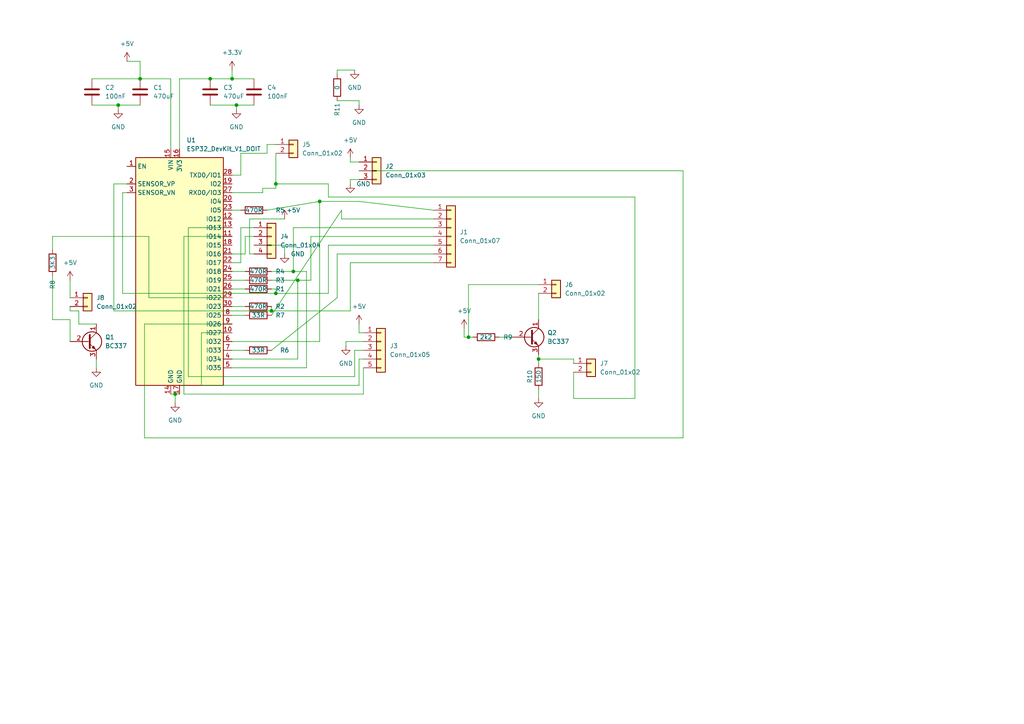
<source format=kicad_sch>
(kicad_sch (version 20211123) (generator eeschema)
  (paper "A4")
  (lib_symbols
    (symbol "Connector_Generic:Conn_01x02" (pin_names (offset 1.016) hide)
      (property "Reference" "J" (at 0 2.54 0))
      (property "Value" "Conn_01x02" (at 0 -5.08 0))
      (symbol "Conn_01x02_1_1"
        (rectangle (start -1.27 -2.413) (end 0 -2.667) (stroke (width 0.1524)))
        (rectangle (start -1.27 0.127) (end 0 -0.127) (stroke (width 0.1524)))
        (rectangle (start -1.27 1.27) (end 1.27 -3.81) (stroke (width 0.254)) (fill (type background)))
        (pin passive line (at -5.08 0 0) (length 3.81) (name "Pin_1") (number "1"))
        (pin passive line (at -5.08 -2.54 0) (length 3.81) (name "Pin_2") (number "2"))
      )
    )
    (symbol "Connector_Generic:Conn_01x03" (pin_names (offset 1.016) hide)
      (property "Reference" "J" (at 0 5.08 0))
      (property "Value" "Conn_01x03" (at 0 -5.08 0))
      (symbol "Conn_01x03_1_1"
        (rectangle (start -1.27 -2.413) (end 0 -2.667) (stroke (width 0.1524)))
        (rectangle (start -1.27 0.127) (end 0 -0.127) (stroke (width 0.1524)))
        (rectangle (start -1.27 2.667) (end 0 2.413) (stroke (width 0.1524)))
        (rectangle (start -1.27 3.81) (end 1.27 -3.81) (stroke (width 0.254)) (fill (type background)))
        (pin passive line (at -5.08 2.54 0) (length 3.81) (name "Pin_1") (number "1"))
        (pin passive line (at -5.08 0 0) (length 3.81) (name "Pin_2") (number "2"))
        (pin passive line (at -5.08 -2.54 0) (length 3.81) (name "Pin_3") (number "3"))
      )
    )
    (symbol "Connector_Generic:Conn_01x04" (pin_names (offset 1.016) hide)
      (property "Reference" "J" (at 0 5.08 0))
      (property "Value" "Conn_01x04" (at 0 -7.62 0))
      (symbol "Conn_01x04_1_1"
        (rectangle (start -1.27 -4.953) (end 0 -5.207) (stroke (width 0.1524)))
        (rectangle (start -1.27 -2.413) (end 0 -2.667) (stroke (width 0.1524)))
        (rectangle (start -1.27 0.127) (end 0 -0.127) (stroke (width 0.1524)))
        (rectangle (start -1.27 2.667) (end 0 2.413) (stroke (width 0.1524)))
        (rectangle (start -1.27 3.81) (end 1.27 -6.35) (stroke (width 0.254)) (fill (type background)))
        (pin passive line (at -5.08 2.54 0) (length 3.81) (name "Pin_1") (number "1"))
        (pin passive line (at -5.08 0 0) (length 3.81) (name "Pin_2") (number "2"))
        (pin passive line (at -5.08 -2.54 0) (length 3.81) (name "Pin_3") (number "3"))
        (pin passive line (at -5.08 -5.08 0) (length 3.81) (name "Pin_4") (number "4"))
      )
    )
    (symbol "Connector_Generic:Conn_01x05" (pin_names (offset 1.016) hide)
      (property "Reference" "J" (at 0 7.62 0))
      (property "Value" "Conn_01x05" (at 0 -7.62 0))
      (symbol "Conn_01x05_1_1"
        (rectangle (start -1.27 -4.953) (end 0 -5.207) (stroke (width 0.1524)))
        (rectangle (start -1.27 -2.413) (end 0 -2.667) (stroke (width 0.1524)))
        (rectangle (start -1.27 0.127) (end 0 -0.127) (stroke (width 0.1524)))
        (rectangle (start -1.27 2.667) (end 0 2.413) (stroke (width 0.1524)))
        (rectangle (start -1.27 5.207) (end 0 4.953) (stroke (width 0.1524)))
        (rectangle (start -1.27 6.35) (end 1.27 -6.35) (stroke (width 0.254)) (fill (type background)))
        (pin passive line (at -5.08 5.08 0) (length 3.81) (name "Pin_1") (number "1"))
        (pin passive line (at -5.08 2.54 0) (length 3.81) (name "Pin_2") (number "2"))
        (pin passive line (at -5.08 0 0) (length 3.81) (name "Pin_3") (number "3"))
        (pin passive line (at -5.08 -2.54 0) (length 3.81) (name "Pin_4") (number "4"))
        (pin passive line (at -5.08 -5.08 0) (length 3.81) (name "Pin_5") (number "5"))
      )
    )
    (symbol "Connector_Generic:Conn_01x07" (pin_names (offset 1.016) hide)
      (property "Reference" "J" (at 0 10.16 0))
      (property "Value" "Conn_01x07" (at 0 -10.16 0))
      (symbol "Conn_01x07_1_1"
        (rectangle (start -1.27 -7.493) (end 0 -7.747) (stroke (width 0.1524)))
        (rectangle (start -1.27 -4.953) (end 0 -5.207) (stroke (width 0.1524)))
        (rectangle (start -1.27 -2.413) (end 0 -2.667) (stroke (width 0.1524)))
        (rectangle (start -1.27 0.127) (end 0 -0.127) (stroke (width 0.1524)))
        (rectangle (start -1.27 2.667) (end 0 2.413) (stroke (width 0.1524)))
        (rectangle (start -1.27 5.207) (end 0 4.953) (stroke (width 0.1524)))
        (rectangle (start -1.27 7.747) (end 0 7.493) (stroke (width 0.1524)))
        (rectangle (start -1.27 8.89) (end 1.27 -8.89) (stroke (width 0.254)) (fill (type background)))
        (pin passive line (at -5.08 7.62 0) (length 3.81) (name "Pin_1") (number "1"))
        (pin passive line (at -5.08 5.08 0) (length 3.81) (name "Pin_2") (number "2"))
        (pin passive line (at -5.08 2.54 0) (length 3.81) (name "Pin_3") (number "3"))
        (pin passive line (at -5.08 0 0) (length 3.81) (name "Pin_4") (number "4"))
        (pin passive line (at -5.08 -2.54 0) (length 3.81) (name "Pin_5") (number "5"))
        (pin passive line (at -5.08 -5.08 0) (length 3.81) (name "Pin_6") (number "6"))
        (pin passive line (at -5.08 -7.62 0) (length 3.81) (name "Pin_7") (number "7"))
      )
    )
    (symbol "Device:C" (pin_numbers hide) (pin_names (offset 0.254))
      (property "Reference" "C" (at 0.635 2.54 0))
      (property "Value" "C" (at 0.635 -2.54 0))
      (symbol "C_0_1"
        (polyline (pts (xy -2.032 -0.762) (xy 2.032 -0.762)) (stroke (width 0.508)))
        (polyline (pts (xy -2.032 0.762) (xy 2.032 0.762)) (stroke (width 0.508)))
      )
      (symbol "C_1_1"
        (pin passive line (at 0 3.81 270) (length 2.794) (name "~") (number "1"))
        (pin passive line (at 0 -3.81 90) (length 2.794) (name "~") (number "2"))
      )
    )
    (symbol "Device:R" (pin_numbers hide) (pin_names (offset 0))
      (property "Reference" "R" (at 2.032 0 90))
      (property "Value" "R" (at 0 0 90))
      (symbol "R_0_1"
        (rectangle (start -1.016 -2.54) (end 1.016 2.54) (stroke (width 0.254)))
      )
      (symbol "R_1_1"
        (pin passive line (at 0 3.81 270) (length 1.27) (name "~") (number "1"))
        (pin passive line (at 0 -3.81 90) (length 1.27) (name "~") (number "2"))
      )
    )
    (symbol "ESP32_DevKit_V1_DOIT:ESP32_DevKit_V1_DOIT"
      (property "Reference" "U" (at -11.43 34.29 0))
      (property "Value" "ESP32_DevKit_V1_DOIT" (at 11.43 34.29 0))
      (symbol "ESP32_DevKit_V1_DOIT_1_1"
        (rectangle (start -12.7 33.02) (end 12.7 -33.02) (stroke (width 0.254)) (fill (type background)))
        (pin input line (at -15.24 30.48 0) (length 2.54) (name "EN") (number "1"))
        (pin bidirectional line (at 15.24 -17.78 180) (length 2.54) (name "IO27") (number "10"))
        (pin bidirectional line (at 15.24 10.16 180) (length 2.54) (name "IO14") (number "11"))
        (pin bidirectional line (at 15.24 15.24 180) (length 2.54) (name "IO12") (number "12"))
        (pin bidirectional line (at 15.24 12.7 180) (length 2.54) (name "IO13") (number "13"))
        (pin power_in line (at -2.54 -35.56 90) (length 2.54) (name "GND") (number "14"))
        (pin power_in line (at -2.54 35.56 270) (length 2.54) (name "VIN") (number "15"))
        (pin power_in line (at 0 35.56 270) (length 2.54) (name "3V3") (number "16"))
        (pin power_in line (at 0 -35.56 90) (length 2.54) (name "GND") (number "17"))
        (pin bidirectional line (at 15.24 7.62 180) (length 2.54) (name "IO15") (number "18"))
        (pin bidirectional line (at 15.24 25.4 180) (length 2.54) (name "IO2") (number "19"))
        (pin input line (at -15.24 25.4 0) (length 2.54) (name "SENSOR_VP") (number "2"))
        (pin bidirectional line (at 15.24 20.32 180) (length 2.54) (name "IO4") (number "20"))
        (pin bidirectional line (at 15.24 5.08 180) (length 2.54) (name "IO16") (number "21"))
        (pin bidirectional line (at 15.24 2.54 180) (length 2.54) (name "IO17") (number "22"))
        (pin bidirectional line (at 15.24 17.78 180) (length 2.54) (name "IO5") (number "23"))
        (pin bidirectional line (at 15.24 0 180) (length 2.54) (name "IO18") (number "24"))
        (pin bidirectional line (at 15.24 -2.54 180) (length 2.54) (name "IO19") (number "25"))
        (pin bidirectional line (at 15.24 -5.08 180) (length 2.54) (name "IO21") (number "26"))
        (pin bidirectional line (at 15.24 22.86 180) (length 2.54) (name "RXD0/IO3") (number "27"))
        (pin bidirectional line (at 15.24 27.94 180) (length 2.54) (name "TXD0/IO1") (number "28"))
        (pin bidirectional line (at 15.24 -7.62 180) (length 2.54) (name "IO22") (number "29"))
        (pin input line (at -15.24 22.86 0) (length 2.54) (name "SENSOR_VN") (number "3"))
        (pin bidirectional line (at 15.24 -10.16 180) (length 2.54) (name "IO23") (number "30"))
        (pin input line (at 15.24 -25.4 180) (length 2.54) (name "IO34") (number "4"))
        (pin input line (at 15.24 -27.94 180) (length 2.54) (name "IO35") (number "5"))
        (pin bidirectional line (at 15.24 -20.32 180) (length 2.54) (name "IO32") (number "6"))
        (pin bidirectional line (at 15.24 -22.86 180) (length 2.54) (name "IO33") (number "7"))
        (pin bidirectional line (at 15.24 -12.7 180) (length 2.54) (name "IO25") (number "8"))
        (pin bidirectional line (at 15.24 -15.24 180) (length 2.54) (name "IO26") (number "9"))
      )
    )
    (symbol "Transistor_BJT:BC337" (pin_names (offset 0) hide)
      (property "Reference" "Q" (at 5.08 1.905 0))
      (property "Value" "BC337" (at 5.08 0 0))
      (symbol "BC337_0_1"
        (polyline (pts (xy 0 0) (xy 0.635 0)))
        (polyline (pts (xy 0.635 0.635) (xy 2.54 2.54)))
        (polyline (pts (xy 0.635 -0.635) (xy 2.54 -2.54) (xy 2.54 -2.54)))
        (polyline (pts (xy 0.635 1.905) (xy 0.635 -1.905) (xy 0.635 -1.905)) (stroke (width 0.508)))
        (polyline (pts (xy 1.27 -1.778) (xy 1.778 -1.27) (xy 2.286 -2.286) (xy 1.27 -1.778) (xy 1.27 -1.778)) (fill (type outline)))
        (circle (center 1.27 0) (radius 2.8194) (stroke (width 0.254)))
      )
      (symbol "BC337_1_1"
        (pin passive line (at 2.54 5.08 270) (length 2.54) (name "C") (number "1"))
        (pin input line (at -5.08 0 0) (length 5.08) (name "B") (number "2"))
        (pin passive line (at 2.54 -5.08 90) (length 2.54) (name "E") (number "3"))
      )
    )
    (symbol "power:+3.3V" (power) (pin_names (offset 0))
      (property "Value" "+3.3V" (at 0 3.556 0))
      (symbol "+3.3V_0_1"
        (polyline (pts (xy -0.762 1.27) (xy 0 2.54)))
        (polyline (pts (xy 0 0) (xy 0 2.54)))
        (polyline (pts (xy 0 2.54) (xy 0.762 1.27)))
      )
      (symbol "+3.3V_1_1"
        (pin power_in line (at 0 0 90) (length 0) hide (name "+3.3V") (number "1"))
      )
    )
    (symbol "power:+5V" (power) (pin_names (offset 0))
      (property "Value" "+5V" (at 0 3.556 0))
      (symbol "+5V_0_1"
        (polyline (pts (xy -0.762 1.27) (xy 0 2.54)))
        (polyline (pts (xy 0 0) (xy 0 2.54)))
        (polyline (pts (xy 0 2.54) (xy 0.762 1.27)))
      )
      (symbol "+5V_1_1"
        (pin power_in line (at 0 0 90) (length 0) hide (name "+5V") (number "1"))
      )
    )
    (symbol "power:GND" (power) (pin_names (offset 0))
      (property "Value" "GND" (at 0 -3.81 0))
      (symbol "GND_0_1"
        (polyline (pts (xy 0 0) (xy 0 -1.27) (xy 1.27 -1.27) (xy 0 -2.54) (xy -1.27 -1.27) (xy 0 -1.27)))
      )
      (symbol "GND_1_1"
        (pin power_in line (at 0 0 270) (length 0) hide (name "GND") (number "1"))
      )
    )
  )
  (junction (at 156.21 104.14))
  (junction (at 80.01 85.09))
  (junction (at 68.58 30.48))
  (junction (at 135.89 97.79))
  (junction (at 85.09 78.74))
  (junction (at 78.74 90.17))
  (junction (at 67.31 22.86))
  (junction (at 50.8 114.3))
  (junction (at 86.36 81.28))
  (junction (at 40.64 22.86))
  (junction (at 80.01 53.34))
  (junction (at 60.96 22.86))
  (junction (at 34.29 30.48))
  (junction (at 92.71 58.42))
  (wire (pts (xy 67.31 68.58) (xy 53.34 68.58)))
  (wire (pts (xy 97.79 73.66) (xy 125.73 73.66)))
  (wire (pts (xy 78.74 83.82) (xy 80.01 83.82)))
  (wire (pts (xy 95.25 71.12) (xy 125.73 71.12)))
  (wire (pts (xy 53.34 68.58) (xy 53.34 114.3)))
  (wire (pts (xy 85.09 66.04) (xy 125.73 66.04)))
  (wire (pts (xy 80.01 54.61) (xy 76.2 54.61)))
  (wire (pts (xy 67.31 101.6) (xy 71.12 101.6)))
  (wire (pts (xy 90.17 68.58) (xy 125.73 68.58)))
  (wire (pts (xy 58.42 96.52) (xy 67.31 96.52)))
  (wire (pts (xy 40.64 22.86) (xy 49.53 22.86)))
  (wire (pts (xy 77.47 60.96) (xy 92.71 58.42)))
  (wire (pts (xy 104.14 104.14) (xy 105.41 104.14)))
  (wire (pts (xy 34.29 30.48) (xy 34.29 31.75)))
  (wire (pts (xy 53.34 114.3) (xy 105.41 114.3)))
  (wire (pts (xy 35.56 55.88) (xy 35.56 85.09)))
  (wire (pts (xy 72.39 73.66) (xy 73.66 73.66)))
  (wire (pts (xy 49.53 114.3) (xy 50.8 114.3)))
  (wire (pts (xy 20.32 92.71) (xy 20.32 99.06)))
  (wire (pts (xy 102.87 101.6) (xy 105.41 101.6)))
  (wire (pts (xy 67.31 83.82) (xy 71.12 83.82)))
  (wire (pts (xy 78.74 88.9) (xy 78.74 90.17)))
  (wire (pts (xy 100.33 99.06) (xy 105.41 99.06)))
  (wire (pts (xy 97.79 20.32) (xy 102.87 20.32)))
  (wire (pts (xy 104.14 111.76) (xy 104.14 104.14)))
  (wire (pts (xy 22.86 93.98) (xy 27.94 93.98)))
  (wire (pts (xy 71.12 68.58) (xy 73.66 68.58)))
  (wire (pts (xy 101.6 52.07) (xy 101.6 53.34)))
  (wire (pts (xy 95.25 57.15) (xy 184.15 57.15)))
  (wire (pts (xy 99.06 60.96) (xy 99.06 63.5)))
  (wire (pts (xy 95.25 53.34) (xy 95.25 57.15)))
  (wire (pts (xy 80.01 83.82) (xy 80.01 85.09)))
  (wire (pts (xy 80.01 85.09) (xy 95.25 85.09)))
  (wire (pts (xy 135.89 97.79) (xy 137.16 97.79)))
  (wire (pts (xy 26.67 30.48) (xy 34.29 30.48)))
  (wire (pts (xy 71.12 73.66) (xy 71.12 68.58)))
  (wire (pts (xy 68.58 30.48) (xy 68.58 31.75)))
  (wire (pts (xy 20.32 90.17) (xy 22.86 90.17)))
  (wire (pts (xy 198.12 127) (xy 41.91 127)))
  (wire (pts (xy 82.55 63.5) (xy 72.39 63.5)))
  (wire (pts (xy 101.6 76.2) (xy 125.73 76.2)))
  (wire (pts (xy 41.91 127) (xy 41.91 93.98)))
  (wire (pts (xy 92.71 58.42) (xy 92.71 99.06)))
  (wire (pts (xy 144.78 97.79) (xy 148.59 97.79)))
  (wire (pts (xy 102.87 109.22) (xy 102.87 101.6)))
  (wire (pts (xy 68.58 30.48) (xy 73.66 30.48)))
  (wire (pts (xy 73.66 71.12) (xy 82.55 71.12)))
  (wire (pts (xy 156.21 113.03) (xy 156.21 115.57)))
  (wire (pts (xy 20.32 88.9) (xy 20.32 90.17)))
  (wire (pts (xy 67.31 55.88) (xy 76.2 55.88)))
  (wire (pts (xy 90.17 81.28) (xy 90.17 68.58)))
  (wire (pts (xy 50.8 116.84) (xy 50.8 114.3)))
  (wire (pts (xy 95.25 85.09) (xy 95.25 71.12)))
  (wire (pts (xy 78.74 90.17) (xy 33.02 90.17)))
  (wire (pts (xy 104.14 29.21) (xy 104.14 30.48)))
  (wire (pts (xy 67.31 106.68) (xy 88.9 106.68)))
  (wire (pts (xy 134.62 95.25) (xy 134.62 97.79)))
  (wire (pts (xy 184.15 115.57) (xy 166.37 115.57)))
  (wire (pts (xy 88.9 106.68) (xy 88.9 78.74)))
  (wire (pts (xy 50.8 114.3) (xy 52.07 114.3)))
  (wire (pts (xy 60.96 22.86) (xy 67.31 22.86)))
  (wire (pts (xy 40.64 17.78) (xy 40.64 22.86)))
  (wire (pts (xy 41.91 93.98) (xy 67.31 93.98)))
  (wire (pts (xy 78.74 78.74) (xy 85.09 78.74)))
  (wire (pts (xy 58.42 111.76) (xy 58.42 96.52)))
  (wire (pts (xy 166.37 115.57) (xy 166.37 107.95)))
  (wire (pts (xy 78.74 91.44) (xy 99.06 60.96)))
  (wire (pts (xy 52.07 22.86) (xy 60.96 22.86)))
  (wire (pts (xy 35.56 55.88) (xy 36.83 55.88)))
  (wire (pts (xy 104.14 52.07) (xy 101.6 52.07)))
  (wire (pts (xy 104.14 58.42) (xy 125.73 60.96)))
  (wire (pts (xy 43.18 68.58) (xy 15.24 68.58)))
  (wire (pts (xy 33.02 53.34) (xy 36.83 53.34)))
  (wire (pts (xy 166.37 104.14) (xy 166.37 105.41)))
  (wire (pts (xy 36.83 17.78) (xy 40.64 17.78)))
  (wire (pts (xy 54.61 109.22) (xy 102.87 109.22)))
  (wire (pts (xy 82.55 71.12) (xy 82.55 73.66)))
  (wire (pts (xy 67.31 66.04) (xy 54.61 66.04)))
  (wire (pts (xy 104.14 49.53) (xy 198.12 49.53)))
  (wire (pts (xy 54.61 66.04) (xy 54.61 109.22)))
  (wire (pts (xy 15.24 72.39) (xy 15.24 68.58)))
  (wire (pts (xy 104.14 96.52) (xy 105.41 96.52)))
  (wire (pts (xy 156.21 104.14) (xy 156.21 105.41)))
  (wire (pts (xy 184.15 57.15) (xy 184.15 115.57)))
  (wire (pts (xy 69.85 66.04) (xy 73.66 66.04)))
  (wire (pts (xy 85.09 78.74) (xy 85.09 66.04)))
  (wire (pts (xy 33.02 90.17) (xy 33.02 53.34)))
  (wire (pts (xy 99.06 63.5) (xy 125.73 63.5)))
  (wire (pts (xy 77.47 41.91) (xy 80.01 41.91)))
  (wire (pts (xy 97.79 21.59) (xy 97.79 20.32)))
  (wire (pts (xy 101.6 90.17) (xy 101.6 76.2)))
  (wire (pts (xy 156.21 82.55) (xy 135.89 82.55)))
  (wire (pts (xy 198.12 49.53) (xy 198.12 127)))
  (wire (pts (xy 101.6 45.72) (xy 101.6 46.99)))
  (wire (pts (xy 86.36 104.14) (xy 86.36 81.28)))
  (wire (pts (xy 92.71 99.06) (xy 67.31 99.06)))
  (wire (pts (xy 105.41 114.3) (xy 105.41 106.68)))
  (wire (pts (xy 69.85 44.45) (xy 77.47 44.45)))
  (wire (pts (xy 80.01 85.09) (xy 35.56 85.09)))
  (wire (pts (xy 67.31 78.74) (xy 71.12 78.74)))
  (wire (pts (xy 101.6 46.99) (xy 104.14 46.99)))
  (wire (pts (xy 78.74 101.6) (xy 97.79 86.36)))
  (wire (pts (xy 104.14 93.98) (xy 104.14 96.52)))
  (wire (pts (xy 76.2 54.61) (xy 76.2 55.88)))
  (wire (pts (xy 156.21 85.09) (xy 156.21 92.71)))
  (wire (pts (xy 67.31 73.66) (xy 71.12 73.66)))
  (wire (pts (xy 15.24 92.71) (xy 20.32 92.71)))
  (wire (pts (xy 60.96 30.48) (xy 68.58 30.48)))
  (wire (pts (xy 77.47 44.45) (xy 77.47 41.91)))
  (wire (pts (xy 156.21 104.14) (xy 166.37 104.14)))
  (wire (pts (xy 52.07 43.18) (xy 52.07 22.86)))
  (wire (pts (xy 67.31 60.96) (xy 69.85 60.96)))
  (wire (pts (xy 97.79 29.21) (xy 104.14 29.21)))
  (wire (pts (xy 92.71 58.42) (xy 104.14 58.42)))
  (wire (pts (xy 67.31 91.44) (xy 71.12 91.44)))
  (wire (pts (xy 100.33 100.33) (xy 100.33 99.06)))
  (wire (pts (xy 67.31 88.9) (xy 71.12 88.9)))
  (wire (pts (xy 97.79 86.36) (xy 97.79 73.66)))
  (wire (pts (xy 156.21 102.87) (xy 156.21 104.14)))
  (wire (pts (xy 69.85 76.2) (xy 69.85 66.04)))
  (wire (pts (xy 80.01 44.45) (xy 80.01 53.34)))
  (wire (pts (xy 43.18 86.36) (xy 43.18 68.58)))
  (wire (pts (xy 67.31 50.8) (xy 69.85 50.8)))
  (wire (pts (xy 135.89 82.55) (xy 135.89 97.79)))
  (wire (pts (xy 80.01 53.34) (xy 95.25 53.34)))
  (wire (pts (xy 85.09 78.74) (xy 88.9 78.74)))
  (wire (pts (xy 67.31 104.14) (xy 86.36 104.14)))
  (wire (pts (xy 72.39 63.5) (xy 72.39 73.66)))
  (wire (pts (xy 67.31 22.86) (xy 73.66 22.86)))
  (wire (pts (xy 58.42 111.76) (xy 104.14 111.76)))
  (wire (pts (xy 26.67 22.86) (xy 40.64 22.86)))
  (wire (pts (xy 86.36 81.28) (xy 90.17 81.28)))
  (wire (pts (xy 67.31 20.32) (xy 67.31 22.86)))
  (wire (pts (xy 67.31 86.36) (xy 43.18 86.36)))
  (wire (pts (xy 134.62 97.79) (xy 135.89 97.79)))
  (wire (pts (xy 15.24 80.01) (xy 15.24 92.71)))
  (wire (pts (xy 80.01 53.34) (xy 80.01 54.61)))
  (wire (pts (xy 22.86 90.17) (xy 22.86 93.98)))
  (wire (pts (xy 27.94 104.14) (xy 27.94 106.68)))
  (wire (pts (xy 78.74 81.28) (xy 86.36 81.28)))
  (wire (pts (xy 78.74 90.17) (xy 101.6 90.17)))
  (wire (pts (xy 34.29 30.48) (xy 40.64 30.48)))
  (wire (pts (xy 67.31 76.2) (xy 69.85 76.2)))
  (wire (pts (xy 67.31 81.28) (xy 71.12 81.28)))
  (wire (pts (xy 69.85 50.8) (xy 69.85 44.45)))
  (wire (pts (xy 49.53 22.86) (xy 49.53 43.18)))
  (wire (pts (xy 20.32 81.28) (xy 20.32 86.36)))
  (symbol (lib_id "Device:R") (at 74.93 88.9 90) (unit 1)
    (property "Reference" "R2" (at 81.28 88.9 90))
    (property "Value" "470R" (at 74.93 88.9 90))
    (property "Footprint" "Resistor_THT:R_Axial_DIN0207_L6.3mm_D2.5mm_P10.16mm_Horizontal" (effects hide))
  )
  (symbol (lib_id "power:+5V") (at 36.83 17.78 0) (unit 1)
    (property "Reference" "#PWR0104" (effects hide))
    (property "Value" "+5V" (at 36.83 12.7 0))
  )
  (symbol (lib_id "power:+5V") (at 82.55 63.5 0) (unit 1)
    (property "Reference" "#PWR0112" (effects hide))
    (property "Value" "+5V" (at 85.09 60.96 0))
  )
  (symbol (lib_id "Device:R") (at 97.79 25.4 0) (unit 1)
    (property "Reference" "R11" (at 97.79 31.75 90))
    (property "Value" "0" (at 97.79 25.4 90))
    (property "Footprint" "Resistor_THT:R_Axial_DIN0207_L6.3mm_D2.5mm_P15.24mm_Horizontal" (effects hide))
  )
  (symbol (lib_id "Device:R") (at 74.93 91.44 90) (unit 1)
    (property "Reference" "R7" (at 81.28 91.44 90))
    (property "Value" "33R" (at 74.93 91.44 90))
    (property "Footprint" "Resistor_THT:R_Axial_DIN0207_L6.3mm_D2.5mm_P10.16mm_Horizontal" (effects hide))
  )
  (symbol (lib_id "power:GND") (at 34.29 31.75 0) (unit 1)
    (property "Reference" "#PWR0102" (effects hide))
    (property "Value" "GND" (at 34.29 36.83 0))
  )
  (symbol (lib_id "power:GND") (at 104.14 30.48 0) (unit 1)
    (property "Reference" "#PWR0116" (effects hide))
    (property "Value" "GND" (at 104.14 35.56 0))
  )
  (symbol (lib_id "Transistor_BJT:BC337") (at 25.4 99.06 0) (unit 1)
    (property "Reference" "Q1" (at 30.48 97.7899 0) (effects (justify left)))
    (property "Value" "BC337" (at 30.48 100.3299 0) (effects (justify left)))
    (property "Footprint" "Package_TO_SOT_THT:TO-92_Inline" (effects hide))
    (property "Datasheet" "https://diotec.com/tl_files/diotec/files/pdf/datasheets/bc337.pdf" (effects hide))
  )
  (symbol (lib_id "power:GND") (at 27.94 106.68 0) (unit 1)
    (property "Reference" "#PWR0110" (effects hide))
    (property "Value" "GND" (at 27.94 111.76 0))
  )
  (symbol (lib_id "Device:R") (at 74.93 78.74 90) (unit 1)
    (property "Reference" "R4" (at 81.28 78.74 90))
    (property "Value" "470R" (at 74.93 78.74 90))
    (property "Footprint" "Resistor_THT:R_Axial_DIN0207_L6.3mm_D2.5mm_P10.16mm_Horizontal" (effects hide))
  )
  (symbol (lib_id "Connector_Generic:Conn_01x07") (at 130.81 68.58 0) (unit 1)
    (property "Reference" "J1" (at 133.35 67.3099 0) (effects (justify left)))
    (property "Value" "Conn_01x07" (at 133.35 69.8499 0) (effects (justify left)))
    (property "Footprint" "Connector_PinHeader_2.54mm:PinHeader_1x07_P2.54mm_Vertical" (effects hide))
  )
  (symbol (lib_id "power:GND") (at 68.58 31.75 0) (unit 1)
    (property "Reference" "#PWR0101" (effects hide))
    (property "Value" "GND" (at 68.58 36.83 0))
  )
  (symbol (lib_id "power:GND") (at 100.33 100.33 0) (unit 1)
    (property "Reference" "#PWR0109" (effects hide))
    (property "Value" "GND" (at 100.33 105.41 0))
  )
  (symbol (lib_id "Device:R") (at 73.66 60.96 90) (unit 1)
    (property "Reference" "R5" (at 81.28 60.96 90))
    (property "Value" "470R" (at 73.66 60.96 90))
    (property "Footprint" "Resistor_THT:R_Axial_DIN0207_L6.3mm_D2.5mm_P10.16mm_Horizontal" (effects hide))
  )
  (symbol (lib_id "Device:R") (at 140.97 97.79 90) (unit 1)
    (property "Reference" "R9" (at 147.32 97.79 90))
    (property "Value" "2k2" (at 140.97 97.79 90))
    (property "Footprint" "Resistor_THT:R_Axial_DIN0207_L6.3mm_D2.5mm_P10.16mm_Horizontal" (effects hide))
  )
  (symbol (lib_id "Device:C") (at 73.66 26.67 0) (unit 1)
    (property "Reference" "C4" (at 77.47 25.3999 0) (effects (justify left)))
    (property "Value" "100nF" (at 77.47 27.9399 0) (effects (justify left)))
    (property "Footprint" "Capacitor_THT:C_Rect_L7.2mm_W2.5mm_P5.00mm_FKS2_FKP2_MKS2_MKP2" (effects hide))
  )
  (symbol (lib_id "Device:R") (at 74.93 101.6 90) (unit 1)
    (property "Reference" "R6" (at 82.55 101.6 90))
    (property "Value" "33R" (at 74.93 101.6 90))
    (property "Footprint" "Resistor_THT:R_Axial_DIN0207_L6.3mm_D2.5mm_P10.16mm_Horizontal" (effects hide))
  )
  (symbol (lib_id "power:GND") (at 102.87 20.32 0) (unit 1)
    (property "Reference" "#PWR0117" (effects hide))
    (property "Value" "GND" (at 102.87 25.4 0))
  )
  (symbol (lib_id "Device:R") (at 15.24 76.2 0) (unit 1)
    (property "Reference" "R8" (at 15.24 82.55 90))
    (property "Value" "3K3" (at 15.24 76.2 90))
    (property "Footprint" "Resistor_THT:R_Axial_DIN0207_L6.3mm_D2.5mm_P10.16mm_Horizontal" (effects hide))
  )
  (symbol (lib_id "ESP32_DevKit_V1_DOIT:ESP32_DevKit_V1_DOIT") (at 52.07 78.74 0) (unit 1)
    (property "Reference" "U1" (at 54.0894 40.64 0) (effects (justify left)))
    (property "Value" "ESP32_DevKit_V1_DOIT" (at 54.0894 43.18 0) (effects (justify left)))
    (property "Footprint" "ESP32_DevKit_V1_DOIT:esp32_devkit_v1_doit" (effects hide))
    (property "Datasheet" "https://aliexpress.com/item/32864722159.html" (effects hide))
  )
  (symbol (lib_id "Connector_Generic:Conn_01x02") (at 85.09 41.91 0) (unit 1)
    (property "Reference" "J5" (at 87.63 41.9099 0) (effects (justify left)))
    (property "Value" "Conn_01x02" (at 87.63 44.4499 0) (effects (justify left)))
    (property "Footprint" "Connector_PinHeader_2.54mm:PinHeader_1x02_P2.54mm_Vertical" (effects hide))
  )
  (symbol (lib_id "Device:R") (at 74.93 83.82 90) (unit 1)
    (property "Reference" "R1" (at 81.28 83.82 90))
    (property "Value" "470R" (at 74.93 83.82 90))
    (property "Footprint" "Resistor_THT:R_Axial_DIN0207_L6.3mm_D2.5mm_P10.16mm_Horizontal" (effects hide))
  )
  (symbol (lib_id "Connector_Generic:Conn_01x02") (at 161.29 82.55 0) (unit 1)
    (property "Reference" "J6" (at 163.83 82.5499 0) (effects (justify left)))
    (property "Value" "Conn_01x02" (at 163.83 85.0899 0) (effects (justify left)))
    (property "Footprint" "Connector_PinHeader_2.54mm:PinHeader_1x02_P2.54mm_Vertical" (effects hide))
  )
  (symbol (lib_id "Connector_Generic:Conn_01x05") (at 110.49 101.6 0) (unit 1)
    (property "Reference" "J3" (at 113.03 100.3299 0) (effects (justify left)))
    (property "Value" "Conn_01x05" (at 113.03 102.8699 0) (effects (justify left)))
    (property "Footprint" "Connector_PinHeader_2.54mm:PinHeader_1x05_P2.54mm_Vertical" (effects hide))
  )
  (symbol (lib_id "power:+5V") (at 101.6 45.72 0) (unit 1)
    (property "Reference" "#PWR0107" (effects hide))
    (property "Value" "+5V" (at 101.6 40.64 0))
  )
  (symbol (lib_id "Connector_Generic:Conn_01x02") (at 171.45 105.41 0) (unit 1)
    (property "Reference" "J7" (at 173.99 105.4099 0) (effects (justify left)))
    (property "Value" "Conn_01x02" (at 173.99 107.9499 0) (effects (justify left)))
    (property "Footprint" "Connector_PinHeader_2.54mm:PinHeader_1x02_P2.54mm_Vertical" (effects hide))
  )
  (symbol (lib_id "Transistor_BJT:BC337") (at 153.67 97.79 0) (unit 1)
    (property "Reference" "Q2" (at 158.75 96.5199 0) (effects (justify left)))
    (property "Value" "BC337" (at 158.75 99.0599 0) (effects (justify left)))
    (property "Footprint" "Package_TO_SOT_THT:TO-92_Inline" (effects hide))
    (property "Datasheet" "https://diotec.com/tl_files/diotec/files/pdf/datasheets/bc337.pdf" (effects hide))
  )
  (symbol (lib_id "power:GND") (at 101.6 53.34 0) (unit 1)
    (property "Reference" "#PWR0106" (effects hide))
    (property "Value" "GND" (at 105.41 53.34 0))
  )
  (symbol (lib_id "Device:C") (at 40.64 26.67 0) (unit 1)
    (property "Reference" "C1" (at 44.45 25.3999 0) (effects (justify left)))
    (property "Value" "470uF" (at 44.45 27.9399 0) (effects (justify left)))
    (property "Footprint" "Capacitor_THT:CP_Radial_D10.0mm_P5.00mm" (effects hide))
  )
  (symbol (lib_id "power:GND") (at 82.55 73.66 0) (unit 1)
    (property "Reference" "#PWR0111" (effects hide))
    (property "Value" "GND" (at 86.36 73.66 0))
  )
  (symbol (lib_id "power:GND") (at 50.8 116.84 0) (unit 1)
    (property "Reference" "#PWR0103" (effects hide))
    (property "Value" "GND" (at 50.8 121.92 0))
  )
  (symbol (lib_id "power:GND") (at 156.21 115.57 0) (unit 1)
    (property "Reference" "#PWR0113" (effects hide))
    (property "Value" "GND" (at 156.21 120.65 0))
  )
  (symbol (lib_id "Connector_Generic:Conn_01x03") (at 109.22 49.53 0) (unit 1)
    (property "Reference" "J2" (at 111.76 48.2599 0) (effects (justify left)))
    (property "Value" "Conn_01x03" (at 111.76 50.7999 0) (effects (justify left)))
    (property "Footprint" "Connector_PinHeader_2.54mm:PinHeader_1x03_P2.54mm_Vertical" (effects hide))
  )
  (symbol (lib_id "power:+3.3V") (at 67.31 20.32 0) (unit 1)
    (property "Reference" "#PWR0105" (effects hide))
    (property "Value" "+3.3V" (at 67.31 15.24 0))
  )
  (symbol (lib_id "power:+5V") (at 104.14 93.98 0) (unit 1)
    (property "Reference" "#PWR0108" (effects hide))
    (property "Value" "+5V" (at 104.14 88.9 0))
  )
  (symbol (lib_id "Connector_Generic:Conn_01x04") (at 78.74 68.58 0) (unit 1)
    (property "Reference" "J4" (at 81.28 68.5799 0) (effects (justify left)))
    (property "Value" "Conn_01x04" (at 81.28 71.1199 0) (effects (justify left)))
    (property "Footprint" "Connector_PinHeader_2.54mm:PinHeader_1x04_P2.54mm_Vertical" (effects hide))
  )
  (symbol (lib_id "power:+5V") (at 20.32 81.28 0) (unit 1)
    (property "Reference" "#PWR0115" (effects hide))
    (property "Value" "+5V" (at 20.32 76.2 0))
  )
  (symbol (lib_id "power:+5V") (at 134.62 95.25 0) (unit 1)
    (property "Reference" "#PWR0114" (effects hide))
    (property "Value" "+5V" (at 134.62 90.17 0))
  )
  (symbol (lib_id "Device:R") (at 74.93 81.28 90) (unit 1)
    (property "Reference" "R3" (at 81.28 81.28 90))
    (property "Value" "470R" (at 74.93 81.28 90))
    (property "Footprint" "Resistor_THT:R_Axial_DIN0207_L6.3mm_D2.5mm_P10.16mm_Horizontal" (effects hide))
  )
  (symbol (lib_id "Device:C") (at 60.96 26.67 0) (unit 1)
    (property "Reference" "C3" (at 64.77 25.3999 0) (effects (justify left)))
    (property "Value" "470uF" (at 64.77 27.9399 0) (effects (justify left)))
    (property "Footprint" "Capacitor_THT:CP_Radial_D10.0mm_P5.00mm" (effects hide))
  )
  (symbol (lib_id "Connector_Generic:Conn_01x02") (at 25.4 86.36 0) (unit 1)
    (property "Reference" "J8" (at 27.94 86.3599 0) (effects (justify left)))
    (property "Value" "Conn_01x02" (at 27.94 88.8999 0) (effects (justify left)))
    (property "Footprint" "Connector_PinHeader_2.54mm:PinHeader_1x02_P2.54mm_Vertical" (effects hide))
  )
  (symbol (lib_id "Device:C") (at 26.67 26.67 0) (unit 1)
    (property "Reference" "C2" (at 30.48 25.3999 0) (effects (justify left)))
    (property "Value" "100nF" (at 30.48 27.9399 0) (effects (justify left)))
    (property "Footprint" "Capacitor_THT:C_Rect_L7.2mm_W2.5mm_P5.00mm_FKS2_FKP2_MKS2_MKP2" (effects hide))
  )
  (symbol (lib_id "Device:R") (at 156.21 109.22 0) (unit 1)
    (property "Reference" "R10" (at 153.67 109.22 90))
    (property "Value" "150" (at 156.21 109.22 90))
    (property "Footprint" "Resistor_THT:R_Axial_DIN0207_L6.3mm_D2.5mm_P10.16mm_Horizontal" (effects hide))
  )
)
</source>
